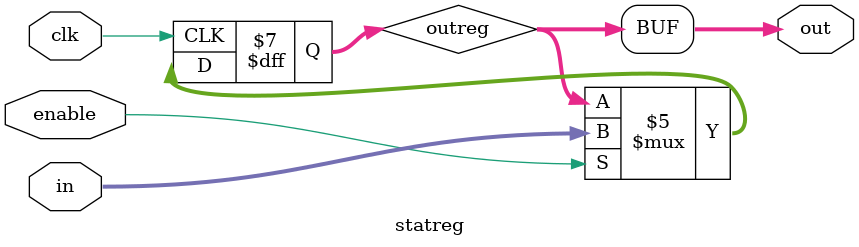
<source format=v>

`timescale 1ns/100ps

module statreg (clk, in, enable, out);
	/*
	*  STATUS REGISTER - statreg.v
	*
	*  Inputs:
	*   - clk: System clock, positive edge active
	*   - in (4 bits): The status bits generated by the ALU. The status register
	*        saves these bits so that the control unit can use them in branches.
	*        For a description of the status bits, see the description of alu.v.
	*   - enable: When this is set to 1, the values of in are saved.
	*
	*  Outputs:
	*   - out (4 bits): The status bits saved from the ALU.
	*
	*/

	input clk;
	input [3:0] in;
	input enable;
	output [3:0] out;

	reg [3:0] outreg;

	initial
		outreg = 4'b0000;

	always @ (posedge clk)
		if (enable == 1'b1)
			outreg = in;

	assign out = outreg;
endmodule 
</source>
